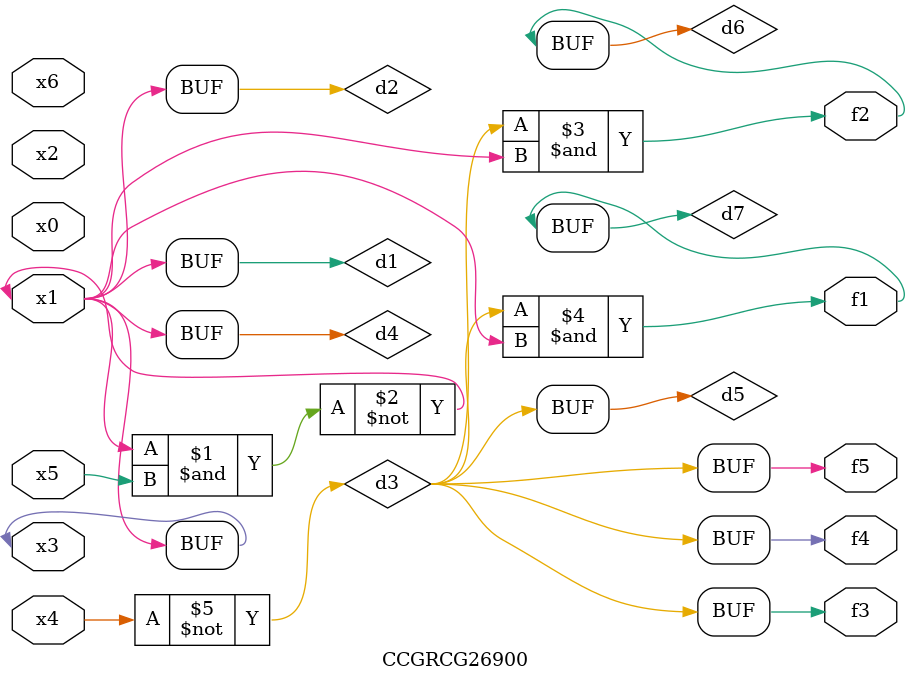
<source format=v>
module CCGRCG26900(
	input x0, x1, x2, x3, x4, x5, x6,
	output f1, f2, f3, f4, f5
);

	wire d1, d2, d3, d4, d5, d6, d7;

	buf (d1, x1, x3);
	nand (d2, x1, x5);
	not (d3, x4);
	buf (d4, d1, d2);
	buf (d5, d3);
	and (d6, d3, d4);
	and (d7, d3, d4);
	assign f1 = d7;
	assign f2 = d6;
	assign f3 = d5;
	assign f4 = d5;
	assign f5 = d5;
endmodule

</source>
